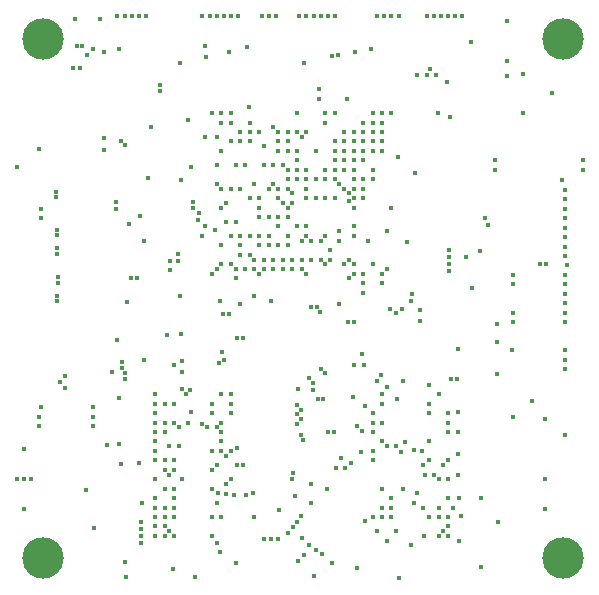
<source format=gbr>
%TF.GenerationSoftware,KiCad,Pcbnew,8.0.1*%
%TF.CreationDate,2024-05-09T15:37:21+08:00*%
%TF.ProjectId,ProDocument_ZYNQ7020_V1_2024-04-10,50726f44-6f63-4756-9d65-6e745f5a594e,rev?*%
%TF.SameCoordinates,Original*%
%TF.FileFunction,Copper,L4,Inr*%
%TF.FilePolarity,Positive*%
%FSLAX46Y46*%
G04 Gerber Fmt 4.6, Leading zero omitted, Abs format (unit mm)*
G04 Created by KiCad (PCBNEW 8.0.1) date 2024-05-09 15:37:21*
%MOMM*%
%LPD*%
G01*
G04 APERTURE LIST*
%TA.AperFunction,ViaPad*%
%ADD10C,0.400000*%
%TD*%
%TA.AperFunction,ViaPad*%
%ADD11C,0.450000*%
%TD*%
%TA.AperFunction,ViaPad*%
%ADD12C,3.500000*%
%TD*%
G04 APERTURE END LIST*
D10*
%TO.N,Net-(U7F-PS_DDR_VREF0_502)*%
X187079203Y-73210797D03*
X182679203Y-72810797D03*
X190279204Y-72410797D03*
%TO.N,5V*%
X169229205Y-56160795D03*
X166079206Y-55960795D03*
X201079203Y-66410797D03*
X208479203Y-65610797D03*
X208479203Y-66410797D03*
X165679206Y-55960795D03*
X176579204Y-56860795D03*
X160544204Y-66210797D03*
X187232893Y-56745796D03*
X201079203Y-65610797D03*
X166479206Y-56660795D03*
X162479203Y-64610797D03*
X167979203Y-64710797D03*
X167979203Y-63710797D03*
X165479206Y-53660795D03*
X187779203Y-56685796D03*
X198579205Y-73810797D03*
%TO.N,DDRVTT*%
X173779204Y-100238298D03*
X199879203Y-100010798D03*
X169779203Y-100910797D03*
X201279204Y-96210797D03*
X185679203Y-100810798D03*
X192879204Y-101010797D03*
%TO.N,Net-(X1-VCC)*%
X175029205Y-62210797D03*
%TO.N,Net-(U7B-PS_MIO_VREF_501)*%
X180279203Y-68810798D03*
D11*
%TO.N,Net-(LED3-A)*%
X188479203Y-60410797D03*
D10*
%TO.N,Net-(U5-ZQ)*%
X180554939Y-93745798D03*
X177579203Y-93745798D03*
%TO.N,VREF_DDR*%
X199901703Y-94210797D03*
X169379205Y-91330795D03*
X190679204Y-91010797D03*
X178279203Y-93860796D03*
X172279203Y-91010798D03*
%TO.N,Net-(U7E-PS_DDR_VRP_502)*%
X182279203Y-74010797D03*
%TO.N,Net-(U7B-PS_MIO40_501)*%
X169000000Y-80800000D03*
X175479203Y-69110797D03*
%TO.N,Net-(U7C-PROGRAM_B_0)*%
X185479203Y-72410797D03*
%TO.N,GND*%
X189079203Y-72010797D03*
X201179203Y-81010797D03*
X197079203Y-53410797D03*
X179479203Y-64010798D03*
X164679203Y-84910797D03*
X185679203Y-53410797D03*
X177479203Y-53410797D03*
D11*
X167929205Y-56410795D03*
D10*
X171479203Y-53410797D03*
X181479203Y-64410797D03*
X197192348Y-74390254D03*
X164679203Y-83910797D03*
X177879202Y-90210798D03*
X171029204Y-70360797D03*
X169729205Y-99610797D03*
X197192348Y-73790254D03*
D11*
X189182893Y-56435796D03*
D10*
X183079203Y-69210797D03*
X181879203Y-53410797D03*
X204200000Y-86000000D03*
X168929205Y-69110797D03*
X172279203Y-87810797D03*
X202051000Y-53790000D03*
X185879203Y-68810797D03*
X183879203Y-68410797D03*
X173529205Y-74110797D03*
X196679203Y-91410797D03*
D12*
X162779204Y-99310797D03*
D11*
X161779203Y-92610797D03*
D10*
X202500000Y-81700000D03*
X177779203Y-77510798D03*
X207100000Y-74500000D03*
X172279203Y-97410797D03*
X202051000Y-57190000D03*
D12*
X206779203Y-55310798D03*
D10*
X165879203Y-57810797D03*
X178679203Y-86210798D03*
X177742322Y-98747678D03*
X181279203Y-53410797D03*
X185079204Y-68010797D03*
X186129205Y-59610797D03*
X202100000Y-58500000D03*
X173079203Y-88610797D03*
X194179203Y-94610798D03*
X196229204Y-61560797D03*
X166429205Y-93510797D03*
X181479203Y-97710798D03*
X184479203Y-53410797D03*
X181079203Y-69610797D03*
X182079203Y-97710798D03*
X197679203Y-53410797D03*
X201179203Y-83710797D03*
X191479203Y-76010797D03*
X186679204Y-66410797D03*
X189079202Y-75210799D03*
X191879203Y-74810797D03*
X179079203Y-66010797D03*
X176879203Y-53410797D03*
X185079204Y-63210798D03*
X182679203Y-97710798D03*
X192879203Y-53410797D03*
X186679205Y-74410797D03*
X183479202Y-69610798D03*
X192829204Y-65360797D03*
X187479203Y-68810797D03*
X187479203Y-67210797D03*
X188279203Y-68010797D03*
X178279203Y-70810797D03*
X178679203Y-53410797D03*
X194979203Y-91410797D03*
D11*
X161179203Y-92610797D03*
D10*
X170279203Y-53410797D03*
X192279203Y-53410797D03*
X182279203Y-62810797D03*
X165279203Y-57810797D03*
X184279203Y-67210797D03*
X190679205Y-87810797D03*
X170029204Y-70960797D03*
X183879203Y-74010797D03*
X180179203Y-61060797D03*
X182679203Y-68810798D03*
X172279202Y-95810798D03*
X178979203Y-93915797D03*
X177379203Y-71510797D03*
X185879204Y-67210797D03*
X181079204Y-72010797D03*
X174229205Y-73510797D03*
X169929205Y-77610797D03*
X197079203Y-97410797D03*
X168929205Y-69710797D03*
X169229205Y-89610797D03*
X178679203Y-85410798D03*
X182479203Y-53410797D03*
X173879204Y-86210798D03*
D11*
X160579203Y-92610797D03*
D12*
X206779203Y-99310797D03*
D10*
X198279203Y-53410797D03*
X167129205Y-96710797D03*
D12*
X162779203Y-55310797D03*
D10*
X178079203Y-53410797D03*
X181879203Y-68010798D03*
X182679204Y-70410797D03*
X189979203Y-82910797D03*
X174229205Y-74110797D03*
X197192348Y-73190254D03*
X189879203Y-64810798D03*
X181079203Y-75210797D03*
X197229204Y-61960797D03*
X177479203Y-63610797D03*
X172279203Y-88610797D03*
X187479203Y-64010798D03*
D11*
X178529202Y-56410795D03*
D10*
X185079203Y-53410797D03*
X187479203Y-53410797D03*
X200179203Y-70510797D03*
X178679203Y-90210798D03*
X192779203Y-85810797D03*
X178279203Y-69210797D03*
X190679204Y-90210798D03*
X186879203Y-53410797D03*
X190079203Y-86410797D03*
X186129205Y-60410797D03*
X176279203Y-53410797D03*
X203429204Y-58260797D03*
X191079203Y-53410797D03*
X197079204Y-94210797D03*
X191679203Y-53410797D03*
X164179203Y-84410797D03*
X170879203Y-53410797D03*
X201200000Y-79500000D03*
X206700000Y-67300000D03*
X171329205Y-72410797D03*
X175629205Y-100910797D03*
X184279203Y-65610797D03*
X173529205Y-74910797D03*
X196479203Y-53410797D03*
X172279203Y-94210797D03*
X172279203Y-86210797D03*
X190679203Y-62410798D03*
X169079203Y-53410797D03*
X206992348Y-81690254D03*
X178679203Y-74410798D03*
X189079203Y-67210797D03*
X183479203Y-68010798D03*
X190679203Y-88610797D03*
X172279202Y-90210798D03*
X197079204Y-95810798D03*
X177879203Y-88610797D03*
X190679204Y-95810798D03*
X206992348Y-88890254D03*
X186279203Y-53410797D03*
X200479203Y-71110797D03*
X173079203Y-91810798D03*
X186224847Y-78411794D03*
X164679203Y-84910797D03*
X179279203Y-53410797D03*
X195279203Y-53410797D03*
X177479204Y-91410797D03*
X185079203Y-71210797D03*
X177879203Y-87810797D03*
X169679203Y-53410797D03*
X169229205Y-85710797D03*
X195879203Y-53410797D03*
%TO.N,Net-(U7B-PS_SRST_B_501)*%
X177879202Y-69610798D03*
%TO.N,Net-(U7C-INIT_B_0)*%
X188664836Y-69070632D03*
%TO.N,Net-(U7A-PS_POR_B_500)*%
X178679203Y-72010797D03*
%TO.N,Net-(U7E-PS_DDR_VRN_502)*%
X181483618Y-74021839D03*
%TO.N,AIO_6_N*%
X188279203Y-66410797D03*
X202579203Y-78510797D03*
%TO.N,AIO_22_P*%
X206979203Y-73710799D03*
X191479203Y-63210798D03*
%TO.N,AIO_21_N*%
X190679204Y-63210798D03*
X206979202Y-75310798D03*
%TO.N,AIO_12_P*%
X189879204Y-63210797D03*
%TO.N,AIO_2_P*%
X189079203Y-68010798D03*
%TO.N,AIO_14_N*%
X187479203Y-61610797D03*
%TO.N,JTAG_TCK*%
X205258203Y-95090796D03*
X181079204Y-70410799D03*
%TO.N,AIO_24_P*%
X187479204Y-65610797D03*
X202579203Y-76110797D03*
%TO.N,AIO_8_N*%
X206979203Y-78510797D03*
%TO.N,AIO_17_N*%
X206979203Y-68110799D03*
%TO.N,AIO_14_P*%
X186679203Y-61610797D03*
%TO.N,AIO_4_N*%
X206979203Y-82510797D03*
%TO.N,AIO_17_P*%
X206979203Y-68910797D03*
%TO.N,AIO_7_N*%
X206979203Y-71310798D03*
%TO.N,AIO_10_N*%
X205324203Y-74406863D03*
%TO.N,AIO_12_N*%
X189879204Y-62410798D03*
%TO.N,AIO_5_P*%
X189079203Y-66410797D03*
%TO.N,AIO_4_P*%
X206979205Y-83310797D03*
%TO.N,AIO_21_P*%
X190679203Y-64010798D03*
X206979204Y-76110798D03*
%TO.N,AIO_3_N*%
X190679203Y-67210797D03*
%TO.N,AIO_15_P*%
X206979204Y-70510798D03*
%TO.N,AIO_2_N*%
X189879204Y-68010798D03*
%TO.N,AIO_19_N*%
X188279203Y-64010797D03*
%TO.N,AIO_10_P*%
X204834204Y-74406863D03*
%TO.N,AIO_22_N*%
X206979203Y-72910797D03*
X191479203Y-62410797D03*
%TO.N,AIO_19_P*%
X188279203Y-64810798D03*
%TO.N,JTAG_TDO*%
X181079203Y-72810797D03*
X205258203Y-92550798D03*
%TO.N,JTAG_TMS*%
X183479202Y-72810797D03*
X205258203Y-87470797D03*
%TO.N,AIO_16_N*%
X191479204Y-61610797D03*
%TO.N,AIO_1_N*%
X189079202Y-69610798D03*
%TO.N,AIO_7_P*%
X206979205Y-72110797D03*
%TO.N,AIO_16_P*%
X190679203Y-61610797D03*
%TO.N,AIO_18_P*%
X206979205Y-77710797D03*
X190679203Y-64810799D03*
%TO.N,AIO_8_P*%
X206979202Y-79310797D03*
%TO.N,AIO_1_P*%
X189079203Y-68810797D03*
%TO.N,AIO_15_N*%
X206979202Y-69710798D03*
%TO.N,AIO_18_N*%
X191479203Y-64810797D03*
X206979203Y-76910798D03*
%TO.N,AIO_3_P*%
X189879204Y-67210797D03*
%TO.N,AIO_6_P*%
X202579205Y-79310797D03*
X187479203Y-66410797D03*
%TO.N,JTAG_TDI*%
X202579203Y-87310797D03*
X181879204Y-72810797D03*
%TO.N,AIO_5_N*%
X189079203Y-65610798D03*
%TO.N,AIO_24_N*%
X202579205Y-75310798D03*
X187479203Y-64810797D03*
%TO.N,SDO_D1*%
X162479204Y-88110797D03*
%TO.N,BIO_1_P*%
X162579204Y-70510798D03*
X178679203Y-61610797D03*
%TO.N,SDO_CMD*%
X166979203Y-88110797D03*
%TO.N,BIO_15_P*%
X163965650Y-71955797D03*
%TO.N,BIO_18_P*%
X163904669Y-68755798D03*
%TO.N,SDO_D0*%
X162479203Y-87310797D03*
%TO.N,BIO_4_P*%
X163980857Y-73555800D03*
%TO.N,BIO_5_P*%
X180279203Y-63210798D03*
X169752445Y-64284039D03*
X163963861Y-77555797D03*
%TO.N,SDO_D2*%
X166979204Y-86510796D03*
%TO.N,SDO_D3*%
X166979203Y-87310798D03*
%TO.N,BIO_13_P*%
X164031428Y-75955798D03*
X182679204Y-64810797D03*
%TO.N,BIO_5_N*%
X169405961Y-63937556D03*
X163963860Y-77065797D03*
X180279204Y-62410798D03*
%TO.N,BIO_13_N*%
X182679203Y-64010797D03*
X164031428Y-75465797D03*
%TO.N,BIO_1_N*%
X162579203Y-69710798D03*
X177879203Y-61610797D03*
%TO.N,BIO_18_N*%
X163904668Y-68265798D03*
%TO.N,BIO_4_N*%
X163980858Y-73065798D03*
%TO.N,BIO_15_N*%
X163965651Y-71465798D03*
%TO.N,SDO_CLK*%
X162579203Y-86510798D03*
%TO.N,DDR_CKE*%
X197079204Y-92610798D03*
X183979204Y-92110797D03*
X178679203Y-92610797D03*
%TO.N,DDR_A4*%
X177879202Y-95810798D03*
X196279204Y-95810798D03*
X183914203Y-96685794D03*
%TO.N,DDR_BA1*%
X179679204Y-91400797D03*
X196279204Y-95010797D03*
X188279203Y-74410798D03*
%TO.N,DDR_A6*%
X187279204Y-99675617D03*
X185266083Y-84048916D03*
X184679203Y-74810797D03*
X196679203Y-97010797D03*
X177479203Y-98010798D03*
%TO.N,DDR_A1*%
X195479204Y-95810797D03*
X177079203Y-95810798D03*
X183514204Y-97175798D03*
%TO.N,DDR_A11*%
X184279203Y-86310797D03*
X186394202Y-98975798D03*
X181479203Y-74810797D03*
X193894204Y-98210797D03*
%TO.N,DDR_A14*%
X180679203Y-74810797D03*
X195014204Y-97410798D03*
X184579203Y-86710797D03*
X177079203Y-97410798D03*
X185879203Y-98610798D03*
%TO.N,DDR_A8*%
X184363572Y-99552667D03*
X196279204Y-97410798D03*
X179079203Y-99710798D03*
%TO.N,DDR_RAS*%
X173879204Y-91810798D03*
X188892314Y-91197685D03*
%TO.N,DDR_A10*%
X184279203Y-87110798D03*
X194479203Y-93810797D03*
X180679203Y-74010797D03*
X177079204Y-93410797D03*
X185479203Y-93010798D03*
%TO.N,DDR_A12*%
X185479203Y-94610798D03*
X177479203Y-94610798D03*
X184579203Y-87510798D03*
X194979203Y-95010797D03*
X179879203Y-74810797D03*
%TO.N,DDR_CAS*%
X186629899Y-83635255D03*
X174568758Y-92615797D03*
X187079205Y-74010797D03*
X188017412Y-90796544D03*
%TO.N,DDR_WE*%
X185601083Y-84483651D03*
X187562483Y-91620314D03*
X173879205Y-93410797D03*
X185479203Y-74010797D03*
%TO.N,DDR_BA2*%
X183079204Y-74010797D03*
X192279203Y-94210797D03*
X184379203Y-85010797D03*
X173879203Y-94210797D03*
X186779203Y-93410797D03*
%TO.N,DDR_A13*%
X191879203Y-97810797D03*
X184279203Y-87910798D03*
X185279204Y-98210798D03*
X173879204Y-97410798D03*
X179079203Y-74810797D03*
%TO.N,DDR_A0*%
X173879204Y-95010797D03*
X192279204Y-95010797D03*
X184079203Y-94010797D03*
%TO.N,DDR_A5*%
X191479203Y-95810798D03*
X173079203Y-95810798D03*
X184249203Y-96195791D03*
%TO.N,DDR_A9*%
X183079203Y-74810797D03*
X173479204Y-97010797D03*
X184861703Y-99028297D03*
X184578485Y-88886857D03*
X192679204Y-97010797D03*
%TO.N,DDR_A2*%
X192279203Y-95810798D03*
X184584202Y-95705951D03*
X173879204Y-95810798D03*
%TO.N,DDR_A7*%
X184729203Y-97560798D03*
X191079203Y-97010797D03*
X173079202Y-96610798D03*
X183879204Y-74810797D03*
X184824203Y-89310798D03*
%TO.N,DDR_ODT*%
X172279202Y-92610799D03*
X186279203Y-74010797D03*
X188351922Y-91638078D03*
X186283416Y-83288772D03*
%TO.N,DDR_A3*%
X191479203Y-95010797D03*
X182779203Y-95210798D03*
X171129203Y-94660797D03*
X173079203Y-95010797D03*
%TO.N,DDR_CS*%
X191479203Y-93410797D03*
X173079203Y-93410798D03*
X183879203Y-92600800D03*
%TO.N,DDR_BA0*%
X185651472Y-85027536D03*
X184679204Y-74010797D03*
%TO.N,PG_1V0*%
X180064200Y-56010797D03*
X167629204Y-53660795D03*
X167029204Y-56160795D03*
%TO.N,PG_1V8*%
X197179203Y-75010797D03*
X176479203Y-55910797D03*
X199079203Y-76410798D03*
%TO.N,PG_1V5*%
X199779203Y-73310797D03*
X190579203Y-56185796D03*
%TO.N,DDR_D15*%
X174539204Y-83496238D03*
X177679204Y-82810798D03*
%TO.N,DDR_DM0*%
X176655040Y-88199615D03*
X174479203Y-80310797D03*
%TO.N,DDR_D1*%
X173279204Y-80410797D03*
X176259203Y-87910798D03*
%TO.N,DDR_RESET*%
X173079203Y-97410798D03*
X189400000Y-100110797D03*
X177879203Y-74410797D03*
%TO.N,DDR_D0*%
X174329203Y-88210798D03*
X174564203Y-84932945D03*
%TO.N,DDR_D6*%
X174899203Y-85410798D03*
X175079203Y-87810797D03*
%TO.N,DDR_D8*%
X180679203Y-77110797D03*
X177504203Y-88210798D03*
%TO.N,DDR_DQS1_P*%
X179724203Y-80610797D03*
X177079203Y-87010797D03*
%TO.N,DDR_DM1*%
X173879205Y-87810797D03*
X175279203Y-86910797D03*
%TO.N,DDR_D5*%
X179454203Y-77810797D03*
X178279204Y-90610798D03*
%TO.N,DDR_DQS1_N*%
X179234204Y-80610798D03*
X177079203Y-86210798D03*
%TO.N,DDR_DQS0_N*%
X174279203Y-89810797D03*
X178034203Y-78610797D03*
%TO.N,DDR_DQS0_P*%
X173479204Y-89810798D03*
X178524203Y-78610798D03*
%TO.N,DDR_D11*%
X174566557Y-82583717D03*
X178066877Y-82479077D03*
D11*
%TO.N,DDR_D4*%
X173879204Y-91010797D03*
D10*
X175234203Y-85046582D03*
%TO.N,DDR_D3*%
X177879203Y-89410797D03*
X177479203Y-74810797D03*
%TO.N,DDR_CLK_N*%
X186524203Y-85835803D03*
X185959277Y-77999999D03*
X179190470Y-91365538D03*
X187424204Y-88610797D03*
X195879203Y-92210797D03*
%TO.N,DDR_D13*%
X173830158Y-82933431D03*
X177893054Y-81807636D03*
%TO.N,DDR_CLK_P*%
X186934203Y-88610797D03*
X195079204Y-92210797D03*
X185469278Y-78000000D03*
X186034203Y-85835803D03*
X177079203Y-91810798D03*
%TO.N,SD_CMD*%
X178679203Y-64010797D03*
X175963622Y-70095216D03*
X169479242Y-83175472D03*
%TO.N,AIO_9_P*%
X189079203Y-64810797D03*
X203429203Y-61560797D03*
%TO.N,SD_D1*%
X176526690Y-71210797D03*
X171341997Y-82473593D03*
%TO.N,BIO_12_P*%
X184679203Y-63610797D03*
%TO.N,BIO_20_N*%
X183479203Y-66410797D03*
%TO.N,QSPI_D1*%
X176279203Y-71985797D03*
X179479204Y-72810797D03*
%TO.N,MIO7*%
X179091204Y-70822798D03*
%TO.N,BIO_17_N*%
X172679203Y-59755798D03*
X172679203Y-59755798D03*
%TO.N,BIO_12_N*%
X184279203Y-63210798D03*
%TO.N,UART1_TX*%
X177879203Y-68010797D03*
D11*
X161179203Y-95150797D03*
%TO.N,PL_CLK*%
X189879205Y-65610797D03*
D10*
X194279203Y-66710797D03*
%TO.N,AIO_9_N*%
X189879204Y-64010798D03*
%TO.N,BIO_3_N*%
X179479204Y-63210798D03*
%TO.N,BIO_19_P*%
X182279204Y-66010798D03*
%TO.N,PS_CLK*%
X175299203Y-66210797D03*
X180279203Y-72010797D03*
%TO.N,BIO_3_P*%
X180279204Y-64010798D03*
%TO.N,BIO_17_P*%
X172679204Y-59265797D03*
X172679204Y-59265797D03*
%TO.N,BIO_2_N*%
X177079203Y-61610797D03*
%TO.N,MIO8*%
X179479204Y-73610797D03*
%TO.N,SD_D2*%
X169679203Y-84147679D03*
X180679203Y-67610797D03*
D11*
%TO.N,UART1_RX*%
X161179203Y-90070797D03*
D10*
X178679203Y-68010797D03*
%TO.N,BIO_22_P*%
X185079204Y-66410797D03*
%TO.N,DONE*%
X197000000Y-59000000D03*
X188679203Y-68410797D03*
%TO.N,BIO_2_P*%
X177879203Y-62410798D03*
%TO.N,BIO_14_N*%
X182679203Y-63210798D03*
%TO.N,BIO_19_N*%
X181479203Y-66010798D03*
%TO.N,AIO_20_P*%
X189079203Y-64010798D03*
D11*
%TO.N,BIO_24_P*%
X170749203Y-75610798D03*
D10*
X184279203Y-64810798D03*
%TO.N,BIO_20_P*%
X184279203Y-66410797D03*
%TO.N,BIO_14_P*%
X183479203Y-63210797D03*
%TO.N,SD_D0*%
X175479203Y-69610797D03*
X169475505Y-82685484D03*
%TO.N,SD_D3*%
X169687851Y-83639462D03*
X175917991Y-70649585D03*
X177479203Y-66010798D03*
%TO.N,AIO_20_N*%
X188279203Y-63210798D03*
%TO.N,DDR_D29*%
X191479203Y-85410798D03*
X191479204Y-75210798D03*
%TO.N,DDR_D18*%
X188679203Y-75610798D03*
X191479203Y-89410797D03*
%TO.N,DDR_D17*%
X195479203Y-89410797D03*
X189013336Y-85618693D03*
%TO.N,DDR_D22*%
X189879203Y-76010797D03*
X189401924Y-88088076D03*
%TO.N,DDR_D25*%
X194679203Y-79210798D03*
X191879203Y-84810798D03*
%TO.N,DDR_D20*%
X189742059Y-90312960D03*
X189079203Y-74410797D03*
%TO.N,DDR_D21*%
X189779204Y-82037036D03*
X194179203Y-90145797D03*
%TO.N,DDR_D27*%
X194679203Y-78310798D03*
X191400626Y-83805389D03*
%TO.N,DDR_DM3*%
X193944203Y-77560797D03*
X193279203Y-84310798D03*
%TO.N,DDR_D19*%
X193389812Y-89415268D03*
X189079203Y-82910798D03*
%TO.N,DDR_D23*%
X195479204Y-91010798D03*
X189879205Y-75210797D03*
%TO.N,DDR_D28*%
X195479204Y-84610797D03*
X194029203Y-76960797D03*
%TO.N,DDR_DQS2_N*%
X191879202Y-89810799D03*
X189124203Y-79310797D03*
%TO.N,DDR_DQS3_N*%
X197334203Y-84110797D03*
X195479204Y-86210797D03*
%TO.N,DDR_DQS3_P*%
X195479203Y-87010798D03*
X197824204Y-84110797D03*
%TO.N,DDR_DQS2_P*%
X192679205Y-89810797D03*
X188634203Y-79310797D03*
D11*
%TO.N,BIO_24_N*%
X170209202Y-75610798D03*
D10*
X183479203Y-64810797D03*
%TO.N,1.8V*%
X183479203Y-70410797D03*
X182679203Y-71210797D03*
X179479204Y-68010797D03*
X184279203Y-71210797D03*
X184879204Y-57360795D03*
X177879203Y-64810797D03*
X186679205Y-68810797D03*
X168579203Y-83500000D03*
X183879204Y-69210797D03*
X181879203Y-70410797D03*
X179879203Y-66010798D03*
X181079204Y-68810798D03*
X177479203Y-67610797D03*
X185079204Y-68810798D03*
%TO.N,1.0V*%
X182279205Y-67610797D03*
X183479203Y-67210797D03*
X185079204Y-72010797D03*
X186679205Y-72010796D03*
X186679203Y-67210797D03*
X187879204Y-67610798D03*
X187879202Y-71610797D03*
X182679203Y-68010797D03*
X181879203Y-72010797D03*
X183479203Y-72010797D03*
X174379206Y-57360795D03*
X185079204Y-67210796D03*
%TO.N,1.5V*%
X171079203Y-98010798D03*
X197479203Y-95010797D03*
X180679202Y-95810798D03*
X197879203Y-92210797D03*
X182079203Y-77510798D03*
X172279203Y-96610798D03*
X196279203Y-92610797D03*
X197979204Y-94210797D03*
X188679204Y-74010797D03*
X197879204Y-81610797D03*
X193179204Y-78210797D03*
X197079203Y-91010798D03*
X172279203Y-85410798D03*
X171079203Y-96210797D03*
X192679204Y-78510797D03*
X194879203Y-90210798D03*
X173079203Y-86210798D03*
X185079203Y-75210797D03*
X193072262Y-90298938D03*
X197079204Y-87010798D03*
X179079204Y-75610798D03*
X178679203Y-87010797D03*
X191479203Y-87810797D03*
X172279203Y-89410797D03*
X197079204Y-96610798D03*
X197879203Y-90510797D03*
X197079204Y-88610797D03*
X171079203Y-96810797D03*
X179169204Y-89925797D03*
X196279203Y-85410798D03*
X179979204Y-93910797D03*
X197879203Y-88610797D03*
X189779204Y-88510798D03*
X173079203Y-87810798D03*
X178279203Y-93010798D03*
X190679204Y-74410798D03*
X197879204Y-86910797D03*
X197079203Y-87810797D03*
X197979203Y-97810797D03*
X171079203Y-97410797D03*
X177879203Y-85410798D03*
X170901703Y-91210798D03*
X172279203Y-95010797D03*
X182279204Y-74810797D03*
X198179203Y-95710797D03*
X172279202Y-87010798D03*
X191065626Y-84310797D03*
X192179203Y-78210797D03*
X173479203Y-92210797D03*
X177079203Y-90210798D03*
X190079203Y-96170794D03*
X190679203Y-87010797D03*
X180279204Y-73610798D03*
X177079203Y-75210797D03*
X173079202Y-91010798D03*
X187879204Y-77810797D03*
X189879204Y-76810797D03*
X193279203Y-93410798D03*
X191479203Y-86210797D03*
%TO.N,3.3V*%
X183079203Y-66010798D03*
X188279203Y-65610797D03*
X174384203Y-77110797D03*
X174479203Y-67310797D03*
X199000000Y-55610800D03*
X187879203Y-72410797D03*
X196079204Y-58410797D03*
X171879203Y-62810797D03*
X195572895Y-57910797D03*
X195279204Y-58410797D03*
X177879202Y-72810797D03*
X184679204Y-72410797D03*
X189079203Y-71210797D03*
X184279203Y-61610797D03*
X192279203Y-61610797D03*
X168179203Y-89710797D03*
X176479203Y-63610797D03*
X185879203Y-64810797D03*
X191479204Y-64010798D03*
X178679203Y-62410798D03*
X205879204Y-59910797D03*
X191879203Y-71610797D03*
X189879204Y-68810797D03*
X186679204Y-62410798D03*
X183479203Y-64010798D03*
X189079202Y-63210798D03*
X192279203Y-69610797D03*
X186279202Y-72410799D03*
X194479204Y-58410797D03*
X193629204Y-72560797D03*
X181079204Y-63210798D03*
X171679203Y-67110798D03*
X179479204Y-72010797D03*
X190679204Y-66410797D03*
%TD*%
M02*

</source>
